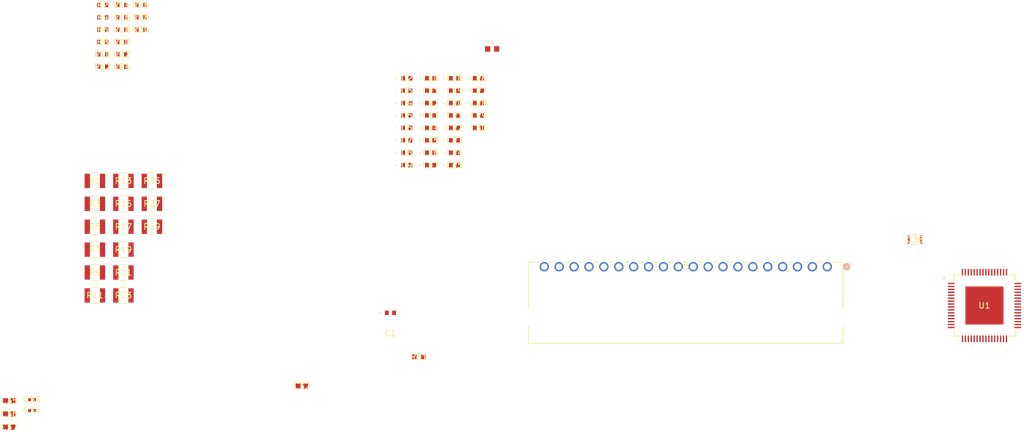
<source format=kicad_pcb>
(kicad_pcb (version 20240108) (generator "pcbnew") (generator_version "8.0")
  (layers (0 "F.Cu" signal) (31 "B.Cu" signal) (34 "B.Paste" user) (35 "F.Paste" user) (36 "B.SilkS" user "B.Silkscreen") (37 "F.SilkS" user "F.Silkscreen") (38 "B.Mask" user) (39 "F.Mask" user) (44 "Edge.Cuts" user))
  (net 0 "")
  (net 1 "Cell 0")
  (net 2 "Cell 7")
  (net 3 "Cell 9")
  (net 4 "Cell 5")
  (net 5 "Cell 1")
  (net 6 "Cell 14")
  (net 7 "Cell 8")
  (net 8 "Cell 10")
  (net 9 "Cell 11")
  (net 10 "Cell 3")
  (net 11 "Cell 6")
  (net 12 "Cell 14S")
  (net 13 "Cell 13")
  (net 14 "Cell 2")
  (net 15 "Cell 4")
  (net 16 "Cell 12")
  (net 17 "CB9")
  (net 18 "VC4")
  (net 19 "VC8")
  (net 20 "CB7")
  (net 22 "AVSS")
  (net 24 "VC2")
  (net 25 "VC7")
  (net 26 "CB14")
  (net 27 "COMHP")
  (net 28 "VC11")
  (net 29 "COMHN")
  (net 31 "VC1")
  (net 34 "CB12")
  (net 37 "VC14")
  (net 38 "CB6")
  (net 39 "COMLP")
  (net 40 "CB2")
  (net 42 "COMLN")
  (net 46 "CB0")
  (net 48 "CB11")
  (net 49 "GND_CVSS")
  (net 52 "GND_REFHM")
  (net 53 "CB1")
  (net 54 "VC13")
  (net 55 "CB13")
  (net 56 "VC6")
  (net 57 "VC9")
  (net 58 "Net-(C31-Pad2)")
  (net 60 "VC10")
  (net 62 "VC5")
  (net 63 "VC0")
  (net 64 "CB10")
  (net 65 "VC12")
  (net 66 "VC3")
  (net 67 "GND_DVSS")
  (net 68 "CB4")
  (net 69 "CB8")
  (net 70 "CB5")
  (net 72 "CB3")
  (net 73 "PWR")
  (net 74 "GND_AVSS")
  (net 75 "CVDD")
  (net 77 "NPNB")
  (net 78 "TSREF")
  (net 79 "DVDD")
  (net 80 "NEG5V")
  (net 81 "AVDD")
  (net 82 "LDOIN")
  (net 83 "REFHP")
  (footprint "BQ79614:QFP_4PAPRQ1_TEX-L" (layer "F.Cu") (at 175.6769 -28.750945)
    (property "Reference" "U1" (at 0 0 0) (layer "F.SilkS"))
    (property "Value" "BQ79614PAPRQ1")
    (fp_line (start -5.2324 -5.2324) (end -5.2324 -4.197985) (stroke (width 0.1524)) (layer "F.SilkS"))
    (fp_line (start -5.2324 4.197985) (end -5.2324 5.2324) (stroke (width 0.1524)) (layer "F.SilkS"))
    (fp_line (start -5.2324 5.2324) (end -4.197985 5.2324) (stroke (width 0.1524)) (layer "F.SilkS"))
    (fp_line (start -4.197985 -5.2324) (end -5.2324 -5.2324) (stroke (width 0.1524)) (layer "F.SilkS"))
    (fp_line (start 4.197985 5.2324) (end 5.2324 5.2324) (stroke (width 0.1524)) (layer "F.SilkS"))
    (fp_line (start 5.2324 -5.2324) (end 4.197985 -5.2324) (stroke (width 0.1524)) (layer "F.SilkS"))
    (fp_line (start 5.2324 -4.197985) (end 5.2324 -5.2324) (stroke (width 0.1524)) (layer "F.SilkS"))
    (fp_line (start 5.2324 5.2324) (end 5.2324 4.197985) (stroke (width 0.1524)) (layer "F.SilkS"))
    (fp_poly (pts (xy -6.7564 0.559689) (xy -6.7564 0.940689) (xy -6.5024 0.940689) (xy -6.5024 0.559689)) (fill solid) (layer "F.SilkS"))
    (fp_poly (pts (xy -2.441067 6.5024) (xy -2.441067 6.7564) (xy -2.060067 6.7564) (xy -2.060067 6.5024)) (fill solid) (layer "F.SilkS"))
    (fp_poly (pts (xy -1.940941 -6.5024) (xy -1.940941 -6.7564) (xy -1.559941 -6.7564) (xy -1.559941 -6.5024)) (fill solid) (layer "F.SilkS"))
    (fp_poly (pts (xy 2.560193 6.5024) (xy 2.560193 6.7564) (xy 2.941193 6.7564) (xy 2.941193 6.5024)) (fill solid) (layer "F.SilkS"))
    (fp_poly (pts (xy 3.060319 -6.5024) (xy 3.060319 -6.7564) (xy 3.441319 -6.7564) (xy 3.441319 -6.5024)) (fill solid) (layer "F.SilkS"))
    (fp_poly (pts (xy 6.7564 0.059563) (xy 6.7564 0.440563) (xy 6.5024 0.440563) (xy 6.5024 0.059563)) (fill solid) (layer "F.SilkS"))
    (fp_text user "*" (at -6.8834 -4.382008 0) (layer "F.SilkS"))
    (fp_text user "*" (at -6.8834 -4.382008 0) (layer "F.SilkS"))
    (pad "1" smd rect (at -5.6769 -3.750945 90) (size 0.2286 1.143) (layers "F.Cu" "F.Paste" "F.Mask") (net 58 "Net-(C31-Pad2)"))
    (pad "2" smd rect (at -5.6769 -3.250819 90) (size 0.2286 1.143) (layers "F.Cu" "F.Paste" "F.Mask"))
    (pad "3" smd rect (at -5.6769 -2.750693 90) (size 0.2286 1.143) (layers "F.Cu" "F.Paste" "F.Mask"))
    (pad "4" smd rect (at -5.6769 -2.250567 90) (size 0.2286 1.143) (layers "F.Cu" "F.Paste" "F.Mask"))
    (pad "5" smd rect (at -5.6769 -1.750441 90) (size 0.2286 1.143) (layers "F.Cu" "F.Paste" "F.Mask"))
    (pad "6" smd rect (at -5.6769 -1.250315 90) (size 0.2286 1.143) (layers "F.Cu" "F.Paste" "F.Mask") (net 26 "CB14"))
    (pad "7" smd rect (at -5.6769 -0.750189 90) (size 0.2286 1.143) (layers "F.Cu" "F.Paste" "F.Mask") (net 37 "VC14"))
    (pad "8" smd rect (at -5.6769 -0.250063 90) (size 0.2286 1.143) (layers "F.Cu" "F.Paste" "F.Mask") (net 55 "CB13"))
    (pad "9" smd rect (at -5.6769 0.250063 90) (size 0.2286 1.143) (layers "F.Cu" "F.Paste" "F.Mask") (net 54 "VC13"))
    (pad "10" smd rect (at -5.6769 0.750189 90) (size 0.2286 1.143) (layers "F.Cu" "F.Paste" "F.Mask") (net 34 "CB12"))
    (pad "11" smd rect (at -5.6769 1.250315 90) (size 0.2286 1.143) (layers "F.Cu" "F.Paste" "F.Mask") (net 65 "VC12"))
    (pad "12" smd rect (at -5.6769 1.750441 90) (size 0.2286 1.143) (layers "F.Cu" "F.Paste" "F.Mask") (net 48 "CB11"))
    (pad "13" smd rect (at -5.6769 2.250567 90) (size 0.2286 1.143) (layers "F.Cu" "F.Paste" "F.Mask") (net 28 "VC11"))
    (pad "14" smd rect (at -5.6769 2.750693 90) (size 0.2286 1.143) (layers "F.Cu" "F.Paste" "F.Mask") (net 64 "CB10"))
    (pad "15" smd rect (at -5.6769 3.250819 90) (size 0.2286 1.143) (layers "F.Cu" "F.Paste" "F.Mask") (net 60 "VC10"))
    (pad "16" smd rect (at -5.6769 3.750945 90) (size 0.2286 1.143) (layers "F.Cu" "F.Paste" "F.Mask") (net 17 "CB9"))
    (pad "17" smd rect (at -3.750945 5.6769) (size 0.2286 1.143) (layers "F.Cu" "F.Paste" "F.Mask") (net 57 "VC9"))
    (pad "18" smd rect (at -3.250819 5.6769) (size 0.2286 1.143) (layers "F.Cu" "F.Paste" "F.Mask") (net 69 "CB8"))
    (pad "19" smd rect (at -2.750693 5.6769) (size 0.2286 1.143) (layers "F.Cu" "F.Paste" "F.Mask") (net 19 "VC8"))
    (pad "20" smd rect (at -2.250567 5.6769) (size 0.2286 1.143) (layers "F.Cu" "F.Paste" "F.Mask") (net 20 "CB7"))
    (pad "21" smd rect (at -1.750441 5.6769) (size 0.2286 1.143) (layers "F.Cu" "F.Paste" "F.Mask") (net 25 "VC7"))
    (pad "22" smd rect (at -1.250315 5.6769) (size 0.2286 1.143) (layers "F.Cu" "F.Paste" "F.Mask") (net 38 "CB6"))
    (pad "23" smd rect (at -0.750189 5.6769) (size 0.2286 1.143) (layers "F.Cu" "F.Paste" "F.Mask") (net 56 "VC6"))
    (pad "24" smd rect (at -0.250063 5.6769) (size 0.2286 1.143) (layers "F.Cu" "F.Paste" "F.Mask") (net 70 "CB5"))
    (pad "25" smd rect (at 0.250063 5.6769) (size 0.2286 1.143) (layers "F.Cu" "F.Paste" "F.Mask") (net 62 "VC5"))
    (pad "26" smd rect (at 0.750189 5.6769) (size 0.2286 1.143) (layers "F.Cu" "F.Paste" "F.Mask") (net 68 "CB4"))
    (pad "27" smd rect (at 1.250315 5.6769) (size 0.2286 1.143) (layers "F.Cu" "F.Paste" "F.Mask") (net 18 "VC4"))
    (pad "28" smd rect (at 1.750441 5.6769) (size 0.2286 1.143) (layers "F.Cu" "F.Paste" "F.Mask") (net 72 "CB3"))
    (pad "29" smd rect (at 2.250567 5.6769) (size 0.2286 1.143) (layers "F.Cu" "F.Paste" "F.Mask") (net 66 "VC3"))
    (pad "30" smd rect (at 2.750693 5.6769) (size 0.2286 1.143) (layers "F.Cu" "F.Paste" "F.Mask") (net 40 "CB2"))
    (pad "31" smd rect (at 3.250819 5.6769) (size 0.2286 1.143) (layers "F.Cu" "F.Paste" "F.Mask") (net 24 "VC2"))
    (pad "32" smd rect (at 3.750945 5.6769) (size 0.2286 1.143) (layers "F.Cu" "F.Paste" "F.Mask") (net 53 "CB1"))
    (pad "33" smd rect (at 5.6769 3.750945 90) (size 0.2286 1.143) (layers "F.Cu" "F.Paste" "F.Mask") (net 31 "VC1"))
    (pad "34" smd rect (at 5.6769 3.250819 90) (size 0.2286 1.143) (layers "F.Cu" "F.Paste" "F.Mask") (net 46 "CB0"))
    (pad "35" smd rect (at 5.6769 2.750693 90) (size 0.2286 1.143) (layers "F.Cu" "F.Paste" "F.Mask") (net 63 "VC0"))
    (pad "36" smd rect (at 5.6769 2.250567 90) (size 0.2286 1.143) (layers "F.Cu" "F.Paste" "F.Mask") (net 22 "AVSS"))
    (pad "37" smd rect (at 5.6769 1.750441 90) (size 0.2286 1.143) (layers "F.Cu" "F.Paste" "F.Mask") (net 83 "REFHP"))
    (pad "38" smd rect (at 5.6769 1.250315 90) (size 0.2286 1.143) (layers "F.Cu" "F.Paste" "F.Mask") (net 81 "AVDD"))
    (pad "39" smd rect (at 5.6769 0.750189 90) (size 0.2286 1.143) (layers "F.Cu" "F.Paste" "F.Mask") (net 22 "AVSS"))
    (pad "40" smd rect (at 5.6769 0.250063 90) (size 0.2286 1.143) (layers "F.Cu" "F.Paste" "F.Mask") (net 39 "COMLP"))
    (pad "41" smd rect (at 5.6769 -0.250063 90) (size 0.2286 1.143) (layers "F.Cu" "F.Paste" "F.Mask") (net 42 "COMLN"))
    (pad "42" smd rect (at 5.6769 -0.750189 90) (size 0.2286 1.143) (layers "F.Cu" "F.Paste" "F.Mask") (net 29 "COMHN"))
    (pad "43" smd rect (at 5.6769 -1.250315 90) (size 0.2286 1.143) (layers "F.Cu" "F.Paste" "F.Mask") (net 27 "COMHP"))
    (pad "44" smd rect (at 5.6769 -1.750441 90) (size 0.2286 1.143) (layers "F.Cu" "F.Paste" "F.Mask") (net 80 "NEG5V"))
    (pad "45" smd rect (at 5.6769 -2.250567 90) (size 0.2286 1.143) (layers "F.Cu" "F.Paste" "F.Mask") (net 75 "CVDD"))
    (pad "46" smd rect (at 5.6769 -2.750693 90) (size 0.2286 1.143) (layers "F.Cu" "F.Paste" "F.Mask") (net 22 "AVSS"))
    (pad "47" smd rect (at 5.6769 -3.250819 90) (size 0.2286 1.143) (layers "F.Cu" "F.Paste" "F.Mask") (net 82 "LDOIN"))
    (pad "48" smd rect (at 5.6769 -3.750945 90) (size 0.2286 1.143) (layers "F.Cu" "F.Paste" "F.Mask") (net 77 "NPNB"))
    (pad "49" smd rect (at 3.750945 -5.6769) (size 0.2286 1.143) (layers "F.Cu" "F.Paste" "F.Mask") (net 79 "DVDD"))
    (pad "50" smd rect (at 3.250819 -5.6769) (size 0.2286 1.143) (layers "F.Cu" "F.Paste" "F.Mask") (net 22 "AVSS"))
    (pad "51" smd rect (at 2.750693 -5.6769) (size 0.2286 1.143) (layers "F.Cu" "F.Paste" "F.Mask") (net 78 "TSREF"))
    (pad "52" smd rect (at 2.250567 -5.6769) (size 0.2286 1.143) (layers "F.Cu" "F.Paste" "F.Mask"))
    (pad "53" smd rect (at 1.750441 -5.6769) (size 0.2286 1.143) (layers "F.Cu" "F.Paste" "F.Mask"))
    (pad "54" smd rect (at 1.250315 -5.6769) (size 0.2286 1.143) (layers "F.Cu" "F.Paste" "F.Mask"))
    (pad "55" smd rect (at 0.750189 -5.6769) (size 0.2286 1.143) (layers "F.Cu" "F.Paste" "F.Mask"))
    (pad "56" smd rect (at 0.250063 -5.6769) (size 0.2286 1.143) (layers "F.Cu" "F.Paste" "F.Mask"))
    (pad "57" smd rect (at -0.250063 -5.6769) (size 0.2286 1.143) (layers "F.Cu" "F.Paste" "F.Mask"))
    (pad "58" smd rect (at -0.750189 -5.6769) (size 0.2286 1.143) (layers "F.Cu" "F.Paste" "F.Mask"))
    (pad "59" smd rect (at -1.250315 -5.6769) (size 0.2286 1.143) (layers "F.Cu" "F.Paste" "F.Mask"))
    (pad "60" smd rect (at -1.750441 -5.6769) (size 0.2286 1.143) (layers "F.Cu" "F.Paste" "F.Mask"))
    (pad "61" smd rect (at -2.250567 -5.6769) (size 0.2286 1.143) (layers "F.Cu" "F.Paste" "F.Mask"))
    (pad "62" smd rect (at -2.750693 -5.6769) (size 0.2286 1.143) (layers "F.Cu" "F.Paste" "F.Mask"))
    (pad "63" smd rect (at -3.250819 -5.6769) (size 0.2286 1.143) (layers "F.Cu" "F.Paste" "F.Mask"))
    (pad "64" smd rect (at -3.750945 -5.6769) (size 0.2286 1.143) (layers "F.Cu" "F.Paste" "F.Mask"))
    (pad "EPAD" smd rect (at 0 0) (size 6.5024 6.5024) (layers "F.Cu" "F.Mask") (net 22 "AVSS"))
  )
  (footprint "GCM188R71C474KA55D:G-188_MUR-L" (layer "F.Cu") (at 77.1575 -52.6768)
    (property "Reference" "C9" (at 0 0 0) (layer "F.SilkS"))
    (property "Value" "0.47uF")
    (fp_circle (center -1.7907 0) (end -1.7145 0) (stroke (width 0.1524)) (fill none) (layer "F.SilkS"))
    (pad "1" smd rect (at -0.6223 0) (size 0.6604 0.762) (layers "F.Cu" "F.Paste" "F.Mask") (net 72 "CB3"))
    (pad "2" smd rect (at 0.6223 0) (size 0.6604 0.762) (layers "F.Cu" "F.Paste" "F.Mask") (net 68 "CB4"))
  )
  (footprint "CRCW121010R0FKEAHP:RC1210N_VIS-L" (layer "F.Cu") (at 33.698802 -46.093604)
    (property "Reference" "R27" (at 0 0 0) (layer "F.SilkS"))
    (property "Value" "10 Ohm")
    (fp_line (start -0.554211 1.376998) (end 0.554211 1.376998) (stroke (width 0.1524)) (layer "F.SilkS"))
    (fp_line (start 0.554211 -1.376998) (end -0.554211 -1.376998) (stroke (width 0.1524)) (layer "F.SilkS"))
    (pad "1" smd rect (at -1.301198 0) (size 0.902399 2.449195) (layers "F.Cu" "F.Paste" "F.Mask") (net 55 "CB13"))
    (pad "2" smd rect (at 1.301198 0) (size 0.902399 2.449195) (layers "F.Cu" "F.Paste" "F.Mask") (net 13 "Cell 13"))
  )
  (footprint "ERA-3AEB101V:RC0603N_PAN-L" (layer "F.Cu") (at 28.563405 -80)
    (property "Reference" "R14" (at 0 0 0) (layer "F.SilkS"))
    (property "Value" "100 Ohm")
    (pad "1" smd rect (at -0.676199 0) (size 0.552399 0.749198) (layers "F.Cu" "F.Paste" "F.Mask") (net 56 "VC6"))
    (pad "2" smd rect (at 0.676199 0) (size 0.552399 0.749198) (layers "F.Cu" "F.Paste" "F.Mask") (net 11 "Cell 6"))
  )
  (footprint "CRCW121010R0FKEAHP:RC1210N_VIS-L" (layer "F.Cu") (at 28.838408 -38.280812)
    (property "Reference" "R19" (at 0 0 0) (layer "F.SilkS"))
    (property "Value" "10 Ohm")
    (fp_line (start -0.554211 1.376998) (end 0.554211 1.376998) (stroke (width 0.1524)) (layer "F.SilkS"))
    (fp_line (start 0.554211 -1.376998) (end -0.554211 -1.376998) (stroke (width 0.1524)) (layer "F.SilkS"))
    (pad "1" smd rect (at -1.301198 0) (size 0.902399 2.449195) (layers "F.Cu" "F.Paste" "F.Mask") (net 17 "CB9"))
    (pad "2" smd rect (at 1.301198 0) (size 0.902399 2.449195) (layers "F.Cu" "F.Paste" "F.Mask") (net 3 "Cell 9"))
  )
  (footprint "ERA-3AEB101V:RC0603N_PAN-L" (layer "F.Cu") (at 25.303009 -75.790404)
    (property "Reference" "R6" (at 0 0 0) (layer "F.SilkS"))
    (property "Value" "100 Ohm")
    (pad "1" smd rect (at -0.676199 0) (size 0.552399 0.749198) (layers "F.Cu" "F.Paste" "F.Mask") (net 24 "VC2"))
    (pad "2" smd rect (at 0.676199 0) (size 0.552399 0.749198) (layers "F.Cu" "F.Paste" "F.Mask") (net 14 "Cell 2"))
  )
  (footprint "GCM188R71C474KA55D:G-188_MUR-L" (layer "F.Cu") (at 85.3043 -52.6768)
    (property "Reference" "C25" (at 0 0 0) (layer "F.SilkS"))
    (property "Value" "0.47uF")
    (fp_circle (center -1.7907 0) (end -1.7145 0) (stroke (width 0.1524)) (fill none) (layer "F.SilkS"))
    (pad "1" smd rect (at -0.6223 0) (size 0.6604 0.762) (layers "F.Cu" "F.Paste" "F.Mask") (net 48 "CB11"))
    (pad "2" smd rect (at 0.6223 0) (size 0.6604 0.762) (layers "F.Cu" "F.Paste" "F.Mask") (net 34 "CB12"))
  )
  (footprint "ERA-3AEB101V:RC0603N_PAN-L" (layer "F.Cu") (at 25.303009 -80)
    (property "Reference" "R2" (at 0 0 0) (layer "F.SilkS"))
    (property "Value" "100 Ohm")
    (pad "1" smd rect (at -0.676199 0) (size 0.552399 0.749198) (layers "F.Cu" "F.Paste" "F.Mask") (net 63 "VC0"))
    (pad "2" smd rect (at 0.676199 0) (size 0.552399 0.749198) (layers "F.Cu" "F.Paste" "F.Mask") (net 1 "Cell 0"))
  )
  (footprint "ERJ-3EKF30R0V:RC0603N_PAN" (layer "F.Cu") (at 79.222201 -20)
    (property "Reference" "R31" (at 0 0 0) (layer "F.SilkS"))
    (property "Value" "30 Ohm")
    (fp_line (start -0.092449 0.526999) (end 0.092449 0.526999) (stroke (width 0.1524)) (layer "F.SilkS"))
    (fp_line (start 0.092449 -0.526999) (end -0.092449 -0.526999) (stroke (width 0.1524)) (layer "F.SilkS"))
    (pad "1" smd rect (at -0.777799 0) (size 0.755599 0.799998) (layers "F.Cu" "F.Paste" "F.Mask") (net 58 "Net-(C31-Pad2)"))
    (pad "2" smd rect (at 0.777799 0) (size 0.755599 0.799998) (layers "F.Cu" "F.Paste" "F.Mask") (net 73 "PWR"))
  )
  (footprint "GCM188R71C474KA55D:G-188_MUR-L" (layer "F.Cu") (at 89.3777 -63.2648)
    (property "Reference" "C28" (at 0 0 0) (layer "F.SilkS"))
    (property "Value" "0.47uF")
    (fp_circle (center -1.7907 0) (end -1.7145 0) (stroke (width 0.1524)) (fill none) (layer "F.SilkS"))
    (pad "1" smd rect (at -0.6223 0) (size 0.6604 0.762) (layers "F.Cu" "F.Paste" "F.Mask") (net 65 "VC12"))
    (pad "2" smd rect (at 0.6223 0) (size 0.6604 0.762) (layers "F.Cu" "F.Paste" "F.Mask") (net 54 "VC13"))
  )
  (footprint "CRCW121010R0FKEAHP:RC1210N_VIS-L" (layer "F.Cu") (at 28.838408 -42.187208)
    (property "Reference" "R17" (at 0 0 0) (layer "F.SilkS"))
    (property "Value" "10 Ohm")
    (fp_line (start -0.554211 1.376998) (end 0.554211 1.376998) (stroke (width 0.1524)) (layer "F.SilkS"))
    (fp_line (start 0.554211 -1.376998) (end -0.554211 -1.376998) (stroke (width 0.1524)) (layer "F.SilkS"))
    (pad "1" smd rect (at -1.301198 0) (size 0.902399 2.449195) (layers "F.Cu" "F.Paste" "F.Mask") (net 69 "CB8"))
    (pad "2" smd rect (at 1.301198 0) (size 0.902399 2.449195) (layers "F.Cu" "F.Paste" "F.Mask") (net 7 "Cell 8"))
  )
  (footprint "GCM188R71C474KA55D:G-188_MUR-L" (layer "F.Cu") (at 81.2309 -56.912)
    (property "Reference" "C15" (at 0 0 0) (layer "F.SilkS"))
    (property "Value" "0.47uF")
    (fp_circle (center -1.7907 0) (end -1.7145 0) (stroke (width 0.1524)) (fill none) (layer "F.SilkS"))
    (pad "1" smd rect (at -0.6223 0) (size 0.6604 0.762) (layers "F.Cu" "F.Paste" "F.Mask") (net 38 "CB6"))
    (pad "2" smd rect (at 0.6223 0) (size 0.6604 0.762) (layers "F.Cu" "F.Paste" "F.Mask") (net 20 "CB7"))
  )
  (footprint "CRCW121010R0FKEAHP:RC1210N_VIS-L" (layer "F.Cu") (at 23.978014 -34.374416)
    (property "Reference" "R9" (at 0 0 0) (layer "F.SilkS"))
    (property "Value" "10 Ohm")
    (fp_line (start -0.554211 1.376998) (end 0.554211 1.376998) (stroke (width 0.1524)) (layer "F.SilkS"))
    (fp_line (start 0.554211 -1.376998) (end -0.554211 -1.376998) (stroke (width 0.1524)) (layer "F.SilkS"))
    (pad "1" smd rect (at -1.301198 0) (size 0.902399 2.449195) (layers "F.Cu" "F.Paste" "F.Mask") (net 68 "CB4"))
    (pad "2" smd rect (at 1.301198 0) (size 0.902399 2.449195) (layers "F.Cu" "F.Paste" "F.Mask") (net 15 "Cell 4"))
  )
  (footprint "CRCW121010R0FKEAHP:RC1210N_VIS-L" (layer "F.Cu") (at 28.838408 -34.374416)
    (property "Reference" "R21" (at 0 0 0) (layer "F.SilkS"))
    (property "Value" "10 Ohm")
    (fp_line (start -0.554211 1.376998) (end 0.554211 1.376998) (stroke (width 0.1524)) (layer "F.SilkS"))
    (fp_line (start 0.554211 -1.376998) (end -0.554211 -1.376998) (stroke (width 0.1524)) (layer "F.SilkS"))
    (pad "1" smd rect (at -1.301198 0) (size 0.902399 2.449195) (layers "F.Cu" "F.Paste" "F.Mask") (net 64 "CB10"))
    (pad "2" smd rect (at 1.301198 0) (size 0.902399 2.449195) (layers "F.Cu" "F.Paste" "F.Mask") (net 8 "Cell 10"))
  )
  (footprint "CRCW121010R0FKEAHP:RC1210N_VIS-L" (layer "F.Cu") (at 23.978014 -46.093604)
    (property "Reference" "R3" (at 0 0 0) (layer "F.SilkS"))
    (property "Value" "10 Ohm")
    (fp_line (start -0.554211 1.376998) (end 0.554211 1.376998) (stroke (width 0.1524)) (layer "F.SilkS"))
    (fp_line (start 0.554211 -1.376998) (end -0.554211 -1.376998) (stroke (width 0.1524)) (layer "F.SilkS"))
    (pad "1" smd rect (at -1.301198 0) (size 0.902399 2.449195) (layers "F.Cu" "F.Paste" "F.Mask") (net 53 "CB1"))
    (pad "2" smd rect (at 1.301198 0) (size 0.902399 2.449195) (layers "F.Cu" "F.Paste" "F.Mask") (net 5 "Cell 1"))
  )
  (footprint "C0603C105K8RACAUTO:CAPC18095_95N_KEM-L" (layer "F.Cu") (at 9.373801 -10.245202)
    (property "Reference" "C36" (at 0 0 0) (layer "F.SilkS"))
    (property "Value" "1uF")
    (pad "1" smd rect (at -0.626199 0) (size 0.852399 0.899198) (layers "F.Cu" "F.Paste" "F.Mask") (net 52 "GND_REFHM"))
    (pad "2" smd rect (at 0.626199 0) (size 0.852399 0.899198) (layers "F.Cu" "F.Paste" "F.Mask") (net 83 "REFHP"))
  )
  (footprint "GCM188R71C474KA55D:G-188_MUR-L" (layer "F.Cu") (at 77.1575 -54.7944)
    (property "Reference" "C8" (at 0 0 0) (layer "F.SilkS"))
    (property "Value" "0.47uF")
    (fp_circle (center -1.7907 0) (end -1.7145 0) (stroke (width 0.1524)) (fill none) (layer "F.SilkS"))
    (pad "1" smd rect (at -0.6223 0) (size 0.6604 0.762) (layers "F.Cu" "F.Paste" "F.Mask") (net 24 "VC2"))
    (pad "2" smd rect (at 0.6223 0) (size 0.6604 0.762) (layers "F.Cu" "F.Paste" "F.Mask") (net 66 "VC3"))
  )
  (footprint "GCM188R71C474KA55D:G-188_MUR-L" (layer "F.Cu") (at 81.2309 -52.6768)
    (property "Reference" "C17" (at 0 0 0) (layer "F.SilkS"))
    (property "Value" "0.47uF")
    (fp_circle (center -1.7907 0) (end -1.7145 0) (stroke (width 0.1524)) (fill none) (layer "F.SilkS"))
    (pad "1" smd rect (at -0.6223 0) (size 0.6604 0.762) (layers "F.Cu" "F.Paste" "F.Mask") (net 20 "CB7"))
    (pad "2" smd rect (at 0.6223 0) (size 0.6604 0.762) (layers "F.Cu" "F.Paste" "F.Mask") (net 69 "CB8"))
  )
  (footprint "GCM188R71C474KA55D:G-188_MUR-L" (layer "F.Cu") (at 77.1575 -56.912)
    (property "Reference" "C7" (at 0 0 0) (layer "F.SilkS"))
    (property "Value" "0.47uF")
    (fp_circle (center -1.7907 0) (end -1.7145 0) (stroke (width 0.1524)) (fill none) (layer "F.SilkS"))
    (pad "1" smd rect (at -0.6223 0) (size 0.6604 0.762) (layers "F.Cu" "F.Paste" "F.Mask") (net 40 "CB2"))
    (pad "2" smd rect (at 0.6223 0) (size 0.6604 0.762) (layers "F.Cu" "F.Paste" "F.Mask") (net 72 "CB3"))
  )
  (footprint "ERA-3AEB101V:RC0603N_PAN-L" (layer "F.Cu") (at 25.303009 -73.685606)
    (property "Reference" "R8" (at 0 0 0) (layer "F.SilkS"))
    (property "Value" "100 Ohm")
    (pad "1" smd rect (at -0.676199 0) (size 0.552399 0.749198) (layers "F.Cu" "F.Paste" "F.Mask") (net 66 "VC3"))
    (pad "2" smd rect (at 0.676199 0) (size 0.552399 0.749198) (layers "F.Cu" "F.Paste" "F.Mask") (net 10 "Cell 3"))
  )
  (footprint "ERA-3AEB101V:RC0603N_PAN-L" (layer "F.Cu") (at 28.563405 -75.790404)
    (property "Reference" "R18" (at 0 0 0) (layer "F.SilkS"))
    (property "Value" "100 Ohm")
    (pad "1" smd rect (at -0.676199 0) (size 0.552399 0.749198) (layers "F.Cu" "F.Paste" "F.Mask") (net 19 "VC8"))
    (pad "2" smd rect (at 0.676199 0) (size 0.552399 0.749198) (layers "F.Cu" "F.Paste" "F.Mask") (net 7 "Cell 8"))
  )
  (footprint "GCM188R71C474KA55D:G-188_MUR-L" (layer "F.Cu") (at 85.3043 -63.2648)
    (property "Reference" "C20" (at 0 0 0) (layer "F.SilkS"))
    (property "Value" "0.47uF")
    (fp_circle (center -1.7907 0) (end -1.7145 0) (stroke (width 0.1524)) (fill none) (layer "F.SilkS"))
    (pad "1" smd rect (at -0.6223 0) (size 0.6604 0.762) (layers "F.Cu" "F.Paste" "F.Mask") (net 19 "VC8"))
    (pad "2" smd rect (at 0.6223 0) (size 0.6604 0.762) (layers "F.Cu" "F.Paste" "F.Mask") (net 57 "VC9"))
  )
  (footprint "ERA-3AEB101V:RC0603N_PAN-L" (layer "F.Cu") (at 31.823801 -77.895202)
    (property "Reference" "R28" (at 0 0 0) (layer "F.SilkS"))
    (property "Value" "100 Ohm")
    (pad "1" smd rect (at -0.676199 0) (size 0.552399 0.749198) (layers "F.Cu" "F.Paste" "F.Mask") (net 54 "VC13"))
    (pad "2" smd rect (at 0.676199 0) (size 0.552399 0.749198) (layers "F.Cu" "F.Paste" "F.Mask") (net 13 "Cell 13"))
  )
  (footprint "GCM188R71C474KA55D:G-188_MUR-L" (layer "F.Cu") (at 77.1575 -67.5)
    (property "Reference" "C2" (at 0 0 0) (layer "F.SilkS"))
    (property "Value" "0.47uF")
    (fp_circle (center -1.7907 0) (end -1.7145 0) (stroke (width 0.1524)) (fill none) (layer "F.SilkS"))
    (pad "1" smd rect (at -0.6223 0) (size 0.6604 0.762) (layers "F.Cu" "F.Paste" "F.Mask") (net 74 "GND_AVSS"))
    (pad "2" smd rect (at 0.6223 0) (size 0.6604 0.762) (layers "F.Cu" "F.Paste" "F.Mask") (net 63 "VC0"))
  )
  (footprint "GCM188R72A103KA37J:CAPC1608X90N" (layer "F.Cu") (at 91.73 -72.5)
    (property "Reference" "C31" (at -0.21 -1.05 0) (layer "F.SilkS") (effects (font (size 0.393701 0.393701) (thickness 0.098425))))
    (property "Value" "10nF")
    (pad "1" smd rect (at -0.77 0) (size 0.89 0.93) (layers "F.Cu" "F.Paste" "F.Mask") (net 74 "GND_AVSS"))
    (pad "2" smd rect (at 0.77 0) (size 0.89 0.93) (layers "F.Cu" "F.Paste" "F.Mask") (net 58 "Net-(C31-Pad2)"))
  )
  (footprint "GCM188R71C474KA55D:G-188_MUR-L" (layer "F.Cu") (at 81.2309 -59.0296)
    (property "Reference" "C14" (at 0 0 0) (layer "F.SilkS"))
    (property "Value" "0.47uF")
    (fp_circle (center -1.7907 0) (end -1.7145 0) (stroke (width 0.1524)) (fill none) (layer "F.SilkS"))
    (pad "1" smd rect (at -0.6223 0) (size 0.6604 0.762) (layers "F.Cu" "F.Paste" "F.Mask") (net 62 "VC5"))
    (pad "2" smd rect (at 0.6223 0) (size 0.6604 0.762) (layers "F.Cu" "F.Paste" "F.Mask") (net 56 "VC6"))
  )
  (footprint "GCM188R71C474KA55D:G-188_MUR-L" (layer "F.Cu") (at 89.3777 -65.3824)
    (property "Reference" "C27" (at 0 0 0) (layer "F.SilkS"))
    (property "Value" "0.47uF")
    (fp_circle (center -1.7907 0) (end -1.7145 0) (stroke (width 0.1524)) (fill none) (layer "F.SilkS"))
    (pad "1" smd rect (at -0.6223 0) (size 0.6604 0.762) (layers "F.Cu" "F.Paste" "F.Mask") (net 34 "CB12"))
    (pad "2" smd rect (at 0.6223 0) (size 0.6604 0.762) (layers "F.Cu" "F.Paste" "F.Mask") (net 55 "CB13"))
  )
  (footprint "ERA-3AEB101V:RC0603N_PAN-L" (layer "F.Cu") (at 28.563405 -73.685606)
    (property "Reference" "R20" (at 0 0 0) (layer "F.SilkS"))
    (property "Value" "100 Ohm")
    (pad "1" smd rect (at -0.676199 0) (size 0.552399 0.749198) (layers "F.Cu" "F.Paste" "F.Mask") (net 57 "VC9"))
    (pad "2" smd rect (at 0.676199 0) (size 0.552399 0.749198) (layers "F.Cu" "F.Paste" "F.Mask") (net 3 "Cell 9"))
  )
  (footprint "ERA-3AEB101V:RC0603N_PAN-L" (layer "F.Cu") (at 31.823801 -80)
    (property "Reference" "R26" (at 0 0 0) (layer "F.SilkS"))
    (property "Value" "100 Ohm")
    (pad "1" smd rect (at -0.676199 0) (size 0.552399 0.749198) (layers "F.Cu" "F.Paste" "F.Mask") (net 65 "VC12"))
    (pad "2" smd rect (at 0.676199 0) (size 0.552399 0.749198) (layers "F.Cu" "F.Paste" "F.Mask") (net 16 "Cell 12"))
  )
  (footprint "GCM188R71C474KA55D:G-188_MUR-L" (layer "F.Cu") (at 89.3777 -67.5)
    (property "Reference" "C26" (at 0 0 0) (layer "F.SilkS"))
    (property "Value" "0.47uF")
    (fp_circle (center -1.7907 0) (end -1.7145 0) (stroke (width 0.1524)) (fill none) (layer "F.SilkS"))
    (pad "1" smd rect (at -0.6223 0) (size 0.6604 0.762) (layers "F.Cu" "F.Paste" "F.Mask") (net 28 "VC11"))
    (pad "2" smd rect (at 0.6223 0) (size 0.6604 0.762) (layers "F.Cu" "F.Paste" "F.Mask") (net 65 "VC12"))
  )
  (footprint "GCM155R71A104KA55D:CAP_GCM15_1p05X0p55X0p55_MUR-L" (layer "F.Cu") (at 13.267303 -10.831999)
    (property "Reference" "C34" (at 0 0 0) (layer "F.SilkS"))
    (property "Value" "0.1uF")
    (fp_circle (center -1.5113 0) (end -1.4351 0) (stroke (width 0.1524)) (fill none) (layer "F.SilkS"))
    (pad "1" smd rect (at -0.4191 0) (size 0.508 0.508) (layers "F.Cu" "F.Paste" "F.Mask") (net 49 "GND_CVSS"))
    (pad "2" smd rect (at 0.4191 0) (size 0.508 0.508) (layers "F.Cu" "F.Paste" "F.Mask") (net 82 "LDOIN"))
  )
  (footprint "C0603C105K8RACAUTO:CAPC18095_95N_KEM-L" (layer "F.Cu") (at 9.373801 -12.5)
    (property "Reference" "C35" (at 0 0 0) (layer "F.SilkS"))
    (property "Value" "1uF")
    (pad "1" smd rect (at -0.626199 0) (size 0.852399 0.899198) (layers "F.Cu" "F.Paste" "F.Mask") (net 74 "GND_AVSS"))
    (pad "2" smd rect (at 0.626199 0) (size 0.852399 0.899198) (layers "F.Cu" "F.Paste" "F.Mask") (net 81 "AVDD"))
  )
  (footprint "ERA-3AEB101V:RC0603N_PAN-L" (layer "F.Cu") (at 25.303009 -77.895202)
    (property "Reference" "R4" (at 0 0 0) (layer "F.SilkS"))
    (property "Value" "100 Ohm")
    (pad "1" smd rect (at -0.676199 0) (size 0.552399 0.749198) (layers "F.Cu" "F.Paste" "F.Mask") (net 31 "VC1"))
    (pad "2" smd rect (at 0.676199 0) (size 0.552399 0.749198) (layers "F.Cu" "F.Paste" "F.Mask") (net 5 "Cell 1"))
  )
  (footprint "CRCW121010R0FKEAHP:RC1210N_VIS-L" (layer "F.Cu") (at 33.698802 -42.187208)
    (property "Reference" "R29" (at 0 0 0) (layer "F.SilkS"))
    (property "Value" "10 Ohm")
    (fp_line (start -0.554211 1.376998) (end 0.554211 1.376998) (stroke (width 0.1524)) (layer "F.SilkS"))
    (fp_line (start 0.554211 -1.376998) (end -0.554211 -1.376998) (stroke (width 0.1524)) (layer "F.SilkS"))
    (pad "1" smd rect (at -1.301198 0) (size 0.902399 2.449195) (layers "F.Cu" "F.Paste" "F.Mask") (net 26 "CB14"))
    (pad "2" smd rect (at 1.301198 0) (size 0.902399 2.449195) (layers "F.Cu" "F.Paste" "F.Mask") (net 12 "Cell 14S"))
  )
  (footprint "CRCW121010R0FKEAHP:RC1210N_VIS-L" (layer "F.Cu") (at 23.978014 -42.187208)
    (property "Reference" "R5" (at 0 0 0) (layer "F.SilkS"))
    (property "Value" "10 Ohm")
    (fp_line (start -0.554211 1.376998) (end 0.554211 1.376998) (stroke (width 0.1524)) (layer "F.SilkS"))
    (fp_line (start 0.554211 -1.376998) (end -0.554211 -1.376998) (stroke (width 0.1524)) (layer "F.SilkS"))
    (pad "1" smd rect (at -1.301198 0) (size 0.902399 2.449195) (layers "F.Cu" "F.Paste" "F.Mask") (net 40 "CB2"))
    (pad "2" smd rect (at 1.301198 0) (size 0.902399 2.449195) (layers "F.Cu" "F.Paste" "F.Mask") (net 14 "Cell 2"))
  )
  (footprint "GCM188R71C474KA55D:G-188_MUR-L" (layer "F.Cu") (at 77.1575 -59.0296)
    (property "Reference" "C6" (at 0 0 0) (layer "F.SilkS"))
    (property "Value" "0.47uF")
    (fp_circle (center -1.7907 0) (end -1.7145 0) (stroke (width 0.1524)) (fill none) (layer "F.SilkS"))
    (pad "1" smd rect (at -0.6223 0) (size 0.6604 0.762) (layers "F.Cu" "F.Paste" "F.Mask") (net 31 "VC1"))
    (pad "2" smd rect (at 0.6223 0) (size 0.6604 0.762) (layers "F.Cu" "F.Paste" "F.Mask") (net 24 "VC2"))
  )
  (footprint "C0603C105K8RACAUTO:CAPC18095_95N_KEM-L" (layer "F.Cu") (at 9.373801 -7.990404)
    (property "Reference" "C37" (at 0 0 0) (layer "F.SilkS"))
    (property "Value" "1uF")
    (pad "1" smd rect (at -0.626199 0) (size 0.852399 0.899198) (layers "F.Cu" "F.Paste" "F.Mask") (net 67 "GND_DVSS"))
    (pad "2" smd rect (at 0.626199 0) (size 0.852399 0.899198) (layers "F.Cu" "F.Paste" "F.Mask") (net 79 "DVDD"))
  )
  (footprint "GCM188R71C474KA55D:G-188_MUR-L" (layer "F.Cu") (at 85.3043 -56.912)
    (property "Reference" "C23" (at 0 0 0) (layer "F.SilkS"))
    (property "Value" "0.47uF")
    (fp_circle (center -1.7907 0) (end -1.7145 0) (stroke (width 0.1524)) (fill none) (layer "F.SilkS"))
    (pad "1" smd rect (at -0.6223 0) (size 0.6604 0.762) (layers "F.Cu" "F.Paste" "F.Mask") (net 64 "CB10"))
    (pad "2" smd rect (at 0.6223 0) (size 0.6604 0.762) (layers "F.Cu" "F.Paste" "F.Mask") (net 48 "CB11"))
  )
  (footprint "ERA-3AEB101V:RC0603N_PAN-L" (layer "F.Cu") (at 28.563405 -69.47601)
    (property "Reference" "R24" (at 0 0 0) (layer "F.SilkS"))
    (property "Value" "100 Ohm")
    (pad "1" smd rect (at -0.676199 0) (size 0.552399 0.749198) (layers "F.Cu" "F.Paste" "F.Mask") (net 28 "VC11"))
    (pad "2" smd rect (at 0.676199 0) (size 0.552399 0.749198) (layers "F.Cu" "F.Paste" "F.Mask") (net 9 "Cell 11"))
  )
  (footprint "GCM188R71C474KA55D:G-188_MUR-L" (layer "F.Cu") (at 81.2309 -65.3824)
    (property "Reference" "C11" (at 0 0 0) (layer "F.SilkS"))
    (property "Value" "0.47uF")
    (fp_circle (center -1.7907 0) (end -1.7145 0) (stroke (width 0.1524)) (fill none) (layer "F.SilkS"))
    (pad "1" smd rect (at -0.6223 0) (size 0.6604 0.762) (layers "F.Cu" "F.Paste" "F.Mask") (net 68 "CB4"))
    (pad "2" smd rect (at 0.6223 0) (size 0.6604 0.762) (layers "F.Cu" "F.Paste" "F.Mask") (net 70 "CB5"))
  )
  (footprint "GCM188R71C474KA55D:G-188_MUR-L" (layer "F.Cu") (at 81.2309 -54.7944)
    (property "Reference" "C16" (at 0 0 0) (layer "F.SilkS"))
    (property "Value" "0.47uF")
    (fp_circle (center -1.7907 0) (end -1.7145 0) (stroke (width 0.1524)) (fill none) (layer "F.SilkS"))
    (pad "1" smd rect (at -0.6223 0) (size 0.6604 0.762) (layers "F.Cu" "F.Paste" "F.Mask") (net 56 "VC6"))
    (pad "2" smd rect (at 0.6223 0) (size 0.6604 0.762) (layers "F.Cu" "F.Paste" "F.Mask") (net 25 "VC7"))
  )
  (footprint "GCM188R71C474KA55D:G-188_MUR-L" (layer "F.Cu") (at 77.1575 -61.1472)
    (property "Reference" "C5" (at 0 0 0) (layer "F.SilkS"))
    (property "Value" "0.47uF")
    (fp_circle (center -1.7907 0) (end -1.7145 0) (stroke (width 0.1524)) (fill none) (layer "F.SilkS"))
    (pad "1" smd rect (at -0.6223 0) (size 0.6604 0.762) (layers "F.Cu" "F.Paste" "F.Mask") (net 53 "CB1"))
    (pad "2" smd rect (at 0.6223 0) (size 0.6604 0.762) (layers "F.Cu" "F.Paste" "F.Mask") (net 40 "CB2"))
  )
  (footprint "ERA-3AEB101V:RC0603N_PAN-L" (layer "F.Cu") (at 28.563405 -77.895202)
    (property "Reference" "R16" (at 0 0 0) (layer "F.SilkS"))
    (property "Value" "100 Ohm")
    (pad "1" smd rect (at -0.676199 0) (size 0.552399 0.749198) (layers "F.Cu" "F.Paste" "F.Mask") (net 25 "VC7"))
    (pad "2" smd rect (at 0.676199 0) (size 0.552399 0.749198) (layers "F.Cu" "F.Paste" "F.Mask") (net 2 "Cell 7"))
  )
  (footprint "CRCW121010R0FKEAHP:RC1210N_VIS-L" (layer "F.Cu") (at 33.698802 -50)
    (property "Reference" "R25" (at 0 0 0) (layer "F.SilkS"))
    (property "Value" "10 Ohm")
    (fp_line (start -0.554211 1.376998) (end 0.554211 1.376998) (stroke (width 0.1524)) (layer "F.SilkS"))
    (fp_line (start 0.554211 -1.376998) (end -0.554211 -1.376998) (stroke (width 0.1524)) (layer "F.SilkS"))
    (pad "1" smd rect (at -1.301198 0) (size 0.902399 2.449195) (layers "F.Cu" "F.Paste" "F.Mask") (net 34 "CB12"))
    (pad "2" smd rect (at 1.301198 0) (size 0.902399 2.449195) (layers "F.Cu" "F.Paste" "F.Mask") (net 16 "Cell 12"))
  )
  (footprint "C2012X7R1A475M125AC:CAP_2012_TDK-L" (layer "F.Cu") (at 163.8189 -40)
    (property "Reference" "C38" (at 0 0 0) (layer "F.SilkS"))
    (property "Value" "4.7uF")
    (fp_line (start -0.605913 0.8509) (end 0.605913 0.8509) (stroke (width 0.1524)) (layer "F.SilkS"))
    (fp_line (start 0.605913 -0.8509) (end -0.605913 -0.8509) (stroke (width 0.1524)) (layer "F.SilkS"))
    (fp_circle (center -2.0955 0) (end -2.0193 0) (stroke (width 0.1524)) (fill none) (layer "F.SilkS"))
    (pad "1" smd rect (at -1.0795 0) (size 0.3556 1.397) (layers "F.Cu" "F.Paste" "F.Mask"))
    (pad "2" smd rect (at 1.0795 0) (size 0.3556 1.397) (layers "F.Cu" "F.Paste" "F.Mask") (net 75 "CVDD"))
  )
  (footprint "CRCW121010R0FKEAHP:RC1210N_VIS-L" (layer "F.Cu") (at 23.978014 -38.280812)
    (property "Reference" "R7" (at 0 0 0) (layer "F.SilkS"))
    (property "Value" "10 Ohm")
    (fp_line (start -0.554211 1.376998) (end 0.554211 1.376998) (stroke (width 0.1524)) (layer "F.SilkS"))
    (fp_line (start 0.554211 -1.376998) (end -0.554211 -1.376998) (stroke (width 0.1524)) (layer "F.SilkS"))
    (pad "1" smd rect (at -1.301198 0) (size 0.902399 2.449195) (layers "F.Cu" "F.Paste" "F.Mask") (net 72 "CB3"))
    (pad "2" smd rect (at 1.301198 0) (size 0.902399 2.449195) (layers "F.Cu" "F.Paste" "F.Mask") (net 10 "Cell 3"))
  )
  (footprint "ERA-3AEB101V:RC0603N_PAN-L" (layer "F.Cu") (at 31.823801 -75.790404)
    (property "Reference" "R30" (at 0 0 0) (layer "F.SilkS"))
    (property "Value" "100 Ohm")
    (pad "1" smd rect (at -0.676199 0) (size 0.552399 0.749198) (layers "F.Cu" "F.Paste" "F.Mask") (net 37 "VC14"))
    (pad "2" smd rect (at 0.676199 0) (size 0.552399 0.749198) (layers "F.Cu" "F.Paste" "F.Mask") (net 12 "Cell 14S"))
  )
  (footprint "GCM188R71C474KA55D:G-188_MUR-L" (layer "F.Cu") (at 74.3777 -27.5)
    (property "Reference" "C1" (at 0 3.5 0) (layer "F.SilkS"))
    (property "Value" "0.47uF")
    (fp_circle (center -1.7907 0) (end -1.7145 0) (stroke (width 0.1524)) (fill none) (layer "F.SilkS"))
    (pad "1" smd rect (at -0.6223 0) (size 0.6604 0.762) (layers "F.Cu" "F.Paste" "F.Mask") (net 74 "GND_AVSS"))
    (pad "2" smd rect (at 0.6223 0) (size 0.6604 0.762) (layers "F.Cu" "F.Paste" "F.Mask") (net 46 "CB0"))
  )
  (footprint "GCM188R71C474KA55D:G-188_MUR-L" (layer "F.Cu") (at 89.3777 -59.0296)
    (property "Reference" "C30" (at 0 0 0) (layer "F.SilkS"))
    (property "Value" "0.47uF")
    (fp_circle (center -1.7907 0) (end -1.7145 0) (stroke (width 0.1524)) (fill none) (layer "F.SilkS"))
    (pad "1" smd rect (at -0.6223 0) (size 0.6604 0.762) (layers "F.Cu" "F.Paste" "F.Mask") (net 54 "VC13"))
    (pad "2" smd rect (at 0.6223 0) (size 0.6604 0.762) (layers "F.Cu" "F.Paste" "F.Mask") (net 37 "VC14"))
  )
  (footprint "ERA-3AEB101V:RC0603N_PAN-L" (layer "F.Cu") (at 28.563405 -71.580808)
    (property "Reference" "R22" (at 0 0 0) (layer "F.SilkS"))
    (property "Value" "100 Ohm")
    (pad "1" smd rect (at -0.676199 0) (size 0.552399 0.749198) (layers "F.Cu" "F.Paste" "F.Mask") (net 60 "VC10"))
    (pad "2" smd rect (at 0.676199 0) (size 0.552399 0.749198) (layers "F.Cu" "F.Paste" "F.Mask") (net 8 "Cell 10"))
  )
  (footprint "GCM188R71C474KA55D:G-188_MUR-L" (layer "F.Cu") (at 81.2309 -61.1472)
    (property "Reference" "C13" (at 0 0 0) (layer "F.SilkS"))
    (property "Value" "0.47uF")
    (fp_circle (center -1.7907 0) (end -1.7145 0) (stroke (width 0.1524)) (fill none) (layer "F.SilkS"))
    (pad "1" smd rect (at -0.6223 0) (size 0.6604 0.762) (layers "F.Cu" "F.Paste" "F.Mask") (net 70 "CB5"))
    (pad "2" smd rect (at 0.6223 0) (size 0.6604 0.762) (layers "F.Cu" "F.Paste" "F.Mask") (net 38 "CB6"))
  )
  (footprint "GCM188R71C474KA55D:G-188_MUR-L" (layer "F.Cu") (at 81.2309 -67.5)
    (property "Reference" "C10" (at 0 0 0) (layer "F.SilkS"))
    (property "Value" "0.47uF")
    (fp_circle (center -1.7907 0) (end -1.7145 0) (stroke (width 0.1524)) (fill none) (layer "F.SilkS"))
    (pad "1" smd rect (at -0.6223 0) (size 0.6604 0.762) (layers "F.Cu" "F.Paste" "F.Mask") (net 66 "VC3"))
    (pad "2" smd rect (at 0.6223 0) (size 0.6604 0.762) (layers "F.Cu" "F.Paste" "F.Mask") (net 18 "VC4"))
  )
  (footprint "705550019:CONN_705550019_MOL" (layer "F.Cu") (at 148.877499 -35.3646)
    (property "Reference" "J1" (at -24.13 0 0) (layer "F.SilkS"))
    (property "Value" "705550019")
    (fp_circle (center 3.302 0) (end 3.683 0) (stroke (width 0.508)) (fill none) (layer "B.SilkS"))
    (fp_line (start -50.927 -0.777) (end -50.927 7.048128) (stroke (width 0.1524)) (layer "F.SilkS"))
    (fp_line (start -50.927 10.231873) (end -50.927 13.066001) (stroke (width 0.1524)) (layer "F.SilkS"))
    (fp_line (start -50.927 13.066001) (end 2.667 13.066001) (stroke (width 0.1524)) (layer "F.SilkS"))
    (fp_line (start -49.084377 -0.777) (end -50.927 -0.777) (stroke (width 0.1524)) (layer "F.SilkS"))
    (fp_line (start -46.544377 -0.777) (end -47.435623 -0.777) (stroke (width 0.1524)) (layer "F.SilkS"))
    (fp_line (start -44.004377 -0.777) (end -44.895623 -0.777) (stroke (width 0.1524)) (layer "F.SilkS"))
    (fp_line (start -41.464377 -0.777) (end -42.355623 -0.777) (stroke (width 0.1524)) (layer "F.SilkS"))
    (fp_line (start -38.924377 -0.777) (end -39.815623 -0.777) (stroke (width 0.1524)) (layer "F.SilkS"))
    (fp_line (start -36.384377 -0.777) (end -37.275623 -0.777) (stroke (width 0.1524)) (layer "F.SilkS"))
    (fp_line (start -33.844377 -0.777) (end -34.735623 -0.777) (stroke (width 0.1524)) (layer "F.SilkS"))
    (fp_line (start -31.304377 -0.777) (end -32.195623 -0.777) (stroke (width 0.1524)) (layer "F.SilkS"))
    (fp_line (start -28.764377 -0.777) (end -29.655623 -0.777) (stroke (width 0.1524)) (layer "F.SilkS"))
    (fp_line (start -26.224377 -0.777) (end -27.115623 -0.777) (stroke (width 0.1524)) (layer "F.SilkS"))
    (fp_line (start -23.684377 -0.777) (end -24.575623 -0.777) (stroke (width 0.1524)) (layer "F.SilkS"))
    (fp_line (start -21.144377 -0.777) (end -22.035623 -0.777) (stroke (width 0.1524)) (layer "F.SilkS"))
    (fp_line (start -18.604377 -0.777) (end -19.495623 -0.777) (stroke (width 0.1524)) (layer "F.SilkS"))
    (fp_line (start -16.064377 -0.777) (end -16.955623 -0.777) (stroke (width 0.1524)) (layer "F.SilkS"))
    (fp_line (start -13.524377 -0.777) (end -14.415623 -0.777) (stroke (width 0.1524)) (layer "F.SilkS"))
    (fp_line (start -10.984377 -0.777) (end -11.875623 -0.777) (stroke (width 0.1524)) (layer "F.SilkS"))
    (fp_line (start -8.444377 -0.777) (end -9.335623 -0.777) (stroke (width 0.1524)) (layer "F.SilkS"))
    (fp_line (start -5.904377 -0.777) (end -6.795623 -0.777) (stroke (width 0.1524)) (layer "F.SilkS"))
    (fp_line (start -3.364377 -0.777) (end -4.255623 -0.777) (stroke (width 0.1524)) (layer "F.SilkS"))
    (fp_line (start -0.824377 -0.777) (end -1.715623 -0.777) (stroke (width 0.1524)) (layer "F.SilkS"))
    (fp_line (start 2.667 -0.777) (end 0.824377 -0.777) (stroke (width 0.1524)) (layer "F.SilkS"))
    (fp_line (start 2.667 7.048128) (end 2.667 -0.777) (stroke (width 0.1524)) (layer "F.SilkS"))
    (fp_line (start 2.667 13.066001) (end 2.667 10.231873) (stroke (width 0.1524)) (layer "F.SilkS"))
    (fp_circle (center 3.302 0) (end 3.683 0) (stroke (width 0.508)) (fill none) (layer "F.SilkS"))
    (pad "" np_thru_hole circle (at -49.659997 8.640001) (size 3.4036 3.4036) (drill 3.4036) (layers "*.Cu" "*.Mask"))
    (pad "" np_thru_hole circle (at 1.399997 8.640001) (size 3.4036 3.4036) (drill 3.4036) (layers "*.Cu" "*.Mask"))
    (pad "1" thru_hole circle (at 0 0) (size 1.6002 1.6002) (drill 1.0922) (layers "*.Cu" "*.Mask") (net 1 "Cell 0"))
    (pad "2" thru_hole circle (at -2.54 0) (size 1.6002 1.6002) (drill 1.0922) (layers "*.Cu" "*.Mask") (net 6 "Cell 14"))
    (pad "3" thru_hole circle (at -5.08 0) (size 1.6002 1.6002) (drill 1.0922) (layers "*.Cu" "*.Mask") (net 1 "Cell 0"))
    (pad "4" thru_hole circle (at -7.62 0) (size 1.6002 1.6002) (drill 1.0922) (layers "*.Cu" "*.Mask") (net 1 "Cell 0"))
    (pad "5" thru_hole circle (at -10.16 0) (size 1.6002 1.6002) (drill 1.0922) (layers "*.Cu" "*.Mask") (net 5 "Cell 1"))
    (pad "6" thru_hole circle (at -12.7 0) (size 1.6002 1.6002) (drill 1.0922) (layers "*.Cu" "*.Mask") (net 14 "Cell 2"))
    (pad "7" thru_hole circle (at -15.24 0) (size 1.6002 1.6002) (drill 1.0922) (layers "*.Cu" "*.Mask") (net 10 "Cell 3"))
    (pad "8" thru_hole circle (at -17.78 0) (size 1.6002 1.6002) (drill 1.0922) (layers "*.Cu" "*.Mask") (net 15 "Cell 4"))
    (pad "9" thru_hole circle (at -20.32 0) (size 1.6002 1.6002) (drill 1.0922) (layers "*.Cu" "*.Mask") (net 4 "Cell 5"))
    (pad "10" thru_hole circle (at -22.86 0) (size 1.6002 1.6002) (drill 1.0922) (layers "*.Cu" "*.Mask") (net 11 "Cell 6"))
    (pad "11" thru_hole circle (at -25.4 0) (size 1.6002 1.6002) (drill 1.0922) (layers "*.Cu" "*.Mask") (net 2 "Cell 7"))
    (pad "12" thru_hole circle (at -27.94 0) (size 1.6002 1.6002) (drill 1.0922) (layers "*.Cu" "*.Mask") (net 7 "Cell 8"))
    (pad "13" thru_hole circle (at -30.48 0) (size 1.6002 1.6002) (drill 1.0922) (layers "*.Cu" "*.Mask") (net 3 "Cell 9"))
    (pad "14" thru_hole circle (at -33.02 0) (size 1.6002 1.6002) (drill 1.0922) (layers "*.Cu" "*.Mask") (net 8 "Cell 10"))
    (pad "15" thru_hole circle (at -35.56 0) (size 1.6002 1.6002) (drill 1.0922) (layers "*.Cu" "*.Mask") (net 9 "Cell 11"))
    (pad "16" thru_hole circle (at -38.1 0) (size 1.6002 1.6002) (drill 1.0922) (layers "*.Cu" "*.Mask") (net 16 "Cell 12"))
    (pad "17" thru_hole circle (at -40.64 0) (size 1.6002 1.6002) (drill 1.0922) (layers "*.Cu" "*.Mask") (net 13 "Cell 13"))
    (pad "18" thru_hole circle (at -43.18 0) (size 1.6002 1.6002) (drill 1.0922) (layers "*.Cu" "*.Mask") (net 12 "Cell 14S"))
    (pad "19" thru_hole circle (at -45.72 0) (size 1.6002 1.6002) (drill 1.0922) (layers "*.Cu" "*.Mask") (net 6 "Cell 14"))
    (pad "20" thru_hole circle (at -48.26 0) (size 1.6002 1.6002) (drill 1.0922) (layers "*.Cu" "*.Mask") (net 1 "Cell 0"))
  )
  (footprint "ERA-3AEB101V:RC0603N_PAN-L" (layer "F.Cu") (at 25.303009 -71.580808)
    (property "Reference" "R10" (at 0 0 0) (layer "F.SilkS"))
    (property "Value" "100 Ohm")
    (pad "1" smd rect (at -0.676199 0) (size 0.552399 0.749198) (layers "F.Cu" "F.Paste" "F.Mask") (net 18 "VC4"))
    (pad "2" smd rect (at 0.676199 0) (size 0.552399 0.749198) (layers "F.Cu" "F.Paste" "F.Mask") (net 15 "Cell 4"))
  )
  (footprint "CRCW121010R0FKEAHP:RC1210N_VIS-L" (layer "F.Cu") (at 23.978014 -30.46802)
    (property "Reference" "R11" (at 0 0 0) (layer "F.SilkS"))
    (property "Value" "10 Ohm")
    (fp_line (start -0.554211 1.376998) (end 0.554211 1.376998) (stroke (width 0.1524)) (layer "F.SilkS"))
    (fp_line (start 0.554211 -1.376998) (end -0.554211 -1.376998) (stroke (width 0.1524)) (layer "F.SilkS"))
    (pad "1" smd rect (at -1.301198 0) (size 0.902399 2.449195) (layers "F.Cu" "F.Paste" "F.Mask") (net 70 "CB5"))
    (pad "2" smd rect (at 1.301198 0) (size 0.902399 2.449195) (layers "F.Cu" "F.Paste" "F.Mask") (net 4 "Cell 5"))
  )
  (footprint "GCM188R71C474KA55D:G-188_MUR-L" (layer "F.Cu") (at 77.1575 -65.3824)
    (property "Reference" "C3" (at 0 0 0) (layer "F.SilkS"))
    (property "Value" "0.47uF")
    (fp_circle (center -1.7907 0) (end -1.7145 0) (stroke (width 0.1524)) (fill none) (layer "F.SilkS"))
    (pad "1" smd rect (at -0.6223 0) (size 0.6604 0.762) (layers "F.Cu" "F.Paste" "F.Mask") (net 46 "CB0"))
    (pad "2" smd rect (at 0.6223 0) (size 0.6604 0.762) (layers "F.Cu" "F.Paste" "F.Mask") (net 53 "CB1"))
  )
  (footprint "ERA-3AEB101V:RC0603N_PAN-L" (layer "F.Cu") (at 25.303009 -69.47601)
    (property "Reference" "R12" (at 0 0 0) (layer "F.SilkS"))
    (property "Value" "100 Ohm")
    (pad "1" smd rect (at -0.676199 0) (size 0.552399 0.749198) (layers "F.Cu" "F.Paste" "F.Mask") (net 62 "VC5"))
    (pad "2" smd rect (at 0.676199 0) (size 0.552399 0.749198) (layers "F.Cu" "F.Paste" "F.Mask") (net 4 "Cell 5"))
  )
  (footprint "C0603C105K8RACAUTO:CAPC18095_95N_KEM-L" (layer "F.Cu") (at 59.272201 -15)
    (property "Reference" "C32" (at 0 0 0) (layer "F.SilkS"))
    (property "Value" "1uF")
    (pad "1" smd rect (at -0.626199 0) (size 0.852399 0.899198) (layers "F.Cu" "F.Paste" "F.Mask") (net 49 "GND_CVSS"))
    (pad "2" smd rect (at 0.626199 0) (size 0.852399 0.899198) (layers "F.Cu" "F.Paste" "F.Mask") (net 78 "TSREF"))
  )
  (footprint "GCM188R71C474KA55D:G-188_MUR-L" (layer "F.Cu") (at 81.2309 -63.2648)
    (property "Reference" "C12" (at 0 0 0) (layer "F.SilkS"))
    (property "Value" "0.47uF")
    (fp_circle (center -1.7907 0) (end -1.7145 0) (stroke (width 0.1524)) (fill none) (layer "F.SilkS"))
    (pad "1" smd rect (at -0.6223 0) (size 0.6604 0.762) (layers "F.Cu" "F.Paste" "F.Mask") (net 18 "VC4"))
    (pad "2" smd rect (at 0.6223 0) (size 0.6604 0.762) (layers "F.Cu" "F.Paste" "F.Mask") (net 62 "VC5"))
  )
  (footprint "CRCW121010R0FKEAHP:RC1210N_VIS-L" (layer "F.Cu") (at 28.838408 -46.093604)
    (property "Reference" "R15" (at 0 0 0) (layer "F.SilkS"))
    (property "Value" "10 Ohm")
    (fp_line (start -0.554211 1.376998) (end 0.554211 1.376998) (stroke (width 0.1524)) (layer "F.SilkS"))
    (fp_line (start 0.554211 -1.376998) (end -0.554211 -1.376998) (stroke (width 0.1524)) (layer "F.SilkS"))
    (pad "1" smd rect (at -1.301198 0) (size 0.902399 2.449195) (layers "F.Cu" "F.Paste" "F.Mask") (net 20 "CB7"))
    (pad "2" smd rect (at 1.301198 0) (size 0.902399 2.449195) (layers "F.Cu" "F.Paste" "F.Mask") (net 2 "Cell 7"))
  )
  (footprint "GCM155R71A104KA55D:CAP_GCM15_1p05X0p55X0p55_MUR-L" (layer "F.Cu") (at 13.267303 -12.695599)
    (property "Reference" "C33" (at 0 0 0) (layer "F.SilkS"))
    (property "Value" "0.1uF")
    (fp_circle (center -1.5113 0) (end -1.4351 0) (stroke (width 0.1524)) (fill none) (layer "F.SilkS"))
    (pad "1" smd rect (at -0.4191 0) (size 0.508 0.508) (layers "F.Cu" "F.Paste" "F.Mask") (net 49 "GND_CVSS"))
    (pad "2" smd rect (at 0.4191 0) (size 0.508 0.508) (layers "F.Cu" "F.Paste" "F.Mask") (net 80 "NEG5V"))
  )
  (footprint "GCM188R71C474KA55D:G-188_MUR-L" (layer "F.Cu") (at 85.3043 -54.7944)
    (property "Reference" "C24" (at 0 0 0) (layer "F.SilkS"))
    (property "Value" "0.47uF")
    (fp_circle (center -1.7907 0) (end -1.7145 0) (stroke (width 0.1524)) (fill none) (layer "F.SilkS"))
    (pad "1" smd rect (at -0.6223 0) (size 0.6604 0.762) (layers "F.Cu" "F.Paste" "F.Mask") (net 60 "VC10"))
    (pad "2" smd rect (at 0.6223 0) (size 0.6604 0.762) (layers "F.Cu" "F.Paste" "F.Mask") (net 28 "VC11"))
  )
  (footprint "CRCW121010R0FKEAHP:RC1210N_VIS-L" (layer "F.Cu") (at 28.838408 -30.46802)
    (property "Reference" "R23" (at 0 0 0) (layer "F.SilkS"))
    (property "Value" "10 Ohm")
    (fp_line (start -0.554211 1.376998) (end 0.554211 1.376998) (stroke (width 0.1524)) (layer "F.SilkS"))
    (fp_line (start 0.554211 -1.376998) (end -0.554211 -1.376998) (stroke (width 0.1524)) (layer "F.SilkS"))
    (pad "1" smd rect (at -1.301198 0) (size 0.902399 2.449195) (layers "F.Cu" "F.Paste" "F.Mask") (net 48 "CB11"))
    (pad "2" smd rect (at 1.301198 0) (size 0.902399 2.449195) (layers "F.Cu" "F.Paste" "F.Mask") (net 9 "Cell 11"))
  )
  (footprint "GCM188R71C474KA55D:G-188_MUR-L" (layer "F.Cu") (at 85.3043 -59.0296)
    (property "Reference" "C22" (at 0 0 0) (layer "F.SilkS"))
    (property "Value" "0.47uF")
    (fp_circle (center -1.7907 0) (end -1.7145 0) (stroke (width 0.1524)) (fill none) (layer "F.SilkS"))
    (pad "1" smd rect (at -0.6223 0) (size 0.6604 0.762) (layers "F.Cu" "F.Paste" "F.Mask") (net 57 "VC9"))
    (pad "2" smd rect (at 0.6223 0) (size 0.6604 0.762) (layers "F.Cu" "F.Paste" "F.Mask") (net 60 "VC10"))
  )
  (footprint "GCM188R71C474KA55D:G-188_MUR-L" (layer "F.Cu") (at 85.3043 -61.1472)
    (property "Reference" "C21" (at 0 0 0) (layer "F.SilkS"))
    (property "Value" "0.47uF")
    (fp_circle (center -1.7907 0) (end -1.7145 0) (stroke (width 0.1524)) (fill none) (layer "F.SilkS"))
    (pad "1" smd rect (at -0.6223 0) (size 0.6604 0.762) (layers "F.Cu" "F.Paste" "F.Mask") (net 17 "CB9"))
    (pad "2" smd rect (at 0.6223 0) (size 0.6604 0.762) (layers "F.Cu" "F.Paste" "F.Mask") (net 64 "CB10"))
  )
  (footprint "GCM188R71C474KA55D:G-188_MUR-L" (layer "F.Cu") (at 85.3043 -65.3824)
    (property "Reference" "C19" (at 0 0 0) (layer "F.SilkS"))
    (property "Value" "0.47uF")
    (fp_circle (center -1.7907 0) (end -1.7145 0) (stroke (width 0.1524)) (fill none) (layer "F.SilkS"))
    (pad "1" smd rect (at -0.6223 0) (size 0.6604 0.762) (layers "F.Cu" "F.Paste" "F.Mask") (net 69 "CB8"))
    (pad "2" smd rect (at 0.6223 0) (size 0.6604 0.762) (layers "F.Cu" "F.Paste" "F.Mask") (net 17 "CB9"))
  )
  (footprint "GCM188R71C474KA55D:G-188_MUR-L" (layer "F.Cu") (at 85.3043 -67.5)
    (property "Reference" "C18" (at 0 0 0) (layer "F.SilkS"))
    (property "Value" "0.47uF")
    (fp_circle (center -1.7907 0) (end -1.7145 0) (stroke (width 0.1524)) (fill none) (layer "F.SilkS"))
    (pad "1" smd rect (at -0.6223 0) (size 0.6604 0.762) (layers "F.Cu" "F.Paste" "F.Mask") (net 25 "VC7"))
    (pad "2" smd rect (at 0.6223 0) (size 0.6604 0.762) (layers "F.Cu" "F.Paste" "F.Mask") (net 19 "VC8"))
  )
  (footprint "GCM188R71C474KA55D:G-188_MUR-L" (layer "F.Cu") (at 89.3777 -61.1472)
    (property "Reference" "C29" (at 0 0 0) (layer "F.SilkS"))
    (property "Value" "0.47uF")
    (fp_circle (center -1.7907 0) (end -1.7145 0) (stroke (width 0.1524)) (fill none) (layer "F.SilkS"))
    (pad "1" smd rect (at -0.6223 0) (size 0.6604 0.762) (layers "F.Cu" "F.Paste" "F.Mask") (net 55 "CB13"))
    (pad "2" smd rect (at 0.6223 0) (size 0.6604 0.762) (layers "F.Cu" "F.Paste" "F.Mask") (net 26 "CB14"))
  )
  (footprint "CRCW121010R0FKEAHP:RC1210N_VIS-L" (layer "F.Cu") (at 23.978014 -50)
    (property "Reference" "R1" (at 0 0 0) (layer "F.SilkS"))
    (property "Value" "10 Ohm")
    (fp_line (start -0.554211 1.376998) (end 0.554211 1.376998) (stroke (width 0.1524)) (layer "F.SilkS"))
    (fp_line (start 0.554211 -1.376998) (end -0.554211 -1.376998) (stroke (width 0.1524)) (layer "F.SilkS"))
    (pad "1" smd rect (at -1.301198 0) (size 0.902399 2.449195) (layers "F.Cu" "F.Paste" "F.Mask") (net 46 "CB0"))
    (pad "2" smd rect (at 1.301198 0) (size 0.902399 2.449195) (layers "F.Cu" "F.Paste" "F.Mask") (net 1 "Cell 0"))
  )
  (footprint "GCM188R71C474KA55D:G-188_MUR-L" (layer "F.Cu") (at 77.1575 -63.2648)
    (property "Reference" "C4" (at 0 0 0) (layer "F.SilkS"))
    (property "Value" "0.47uF")
    (fp_circle (center -1.7907 0) (end -1.7145 0) (stroke (width 0.1524)) (fill none) (layer "F.SilkS"))
    (pad "1" smd rect (at -0.6223 0) (size 0.6604 0.762) (layers "F.Cu" "F.Paste" "F.Mask") (net 63 "VC0"))
    (pad "2" smd rect (at 0.6223 0) (size 0.6604 0.762) (layers "F.Cu" "F.Paste" "F.Mask") (net 31 "VC1"))
  )
  (footprint "CRCW121010R0FKEAHP:RC1210N_VIS-L" (layer "F.Cu") (at 28.838408 -50)
    (property "Reference" "R13" (at 0 0 0) (layer "F.SilkS"))
    (property "Value" "10 Ohm")
    (fp_line (start -0.554211 1.376998) (end 0.554211 1.376998) (stroke (width 0.1524)) (layer "F.SilkS"))
    (fp_line (start 0.554211 -1.376998) (end -0.554211 -1.376998) (stroke (width 0.1524)) (layer "F.SilkS"))
    (pad "1" smd rect (at -1.301198 0) (size 0.902399 2.449195) (layers "F.Cu" "F.Paste" "F.Mask") (net 38 "CB6"))
    (pad "2" smd rect (at 1.301198 0) (size 0.902399 2.449195) (layers "F.Cu" "F.Paste" "F.Mask") (net 11 "Cell 6"))
  )
)
</source>
